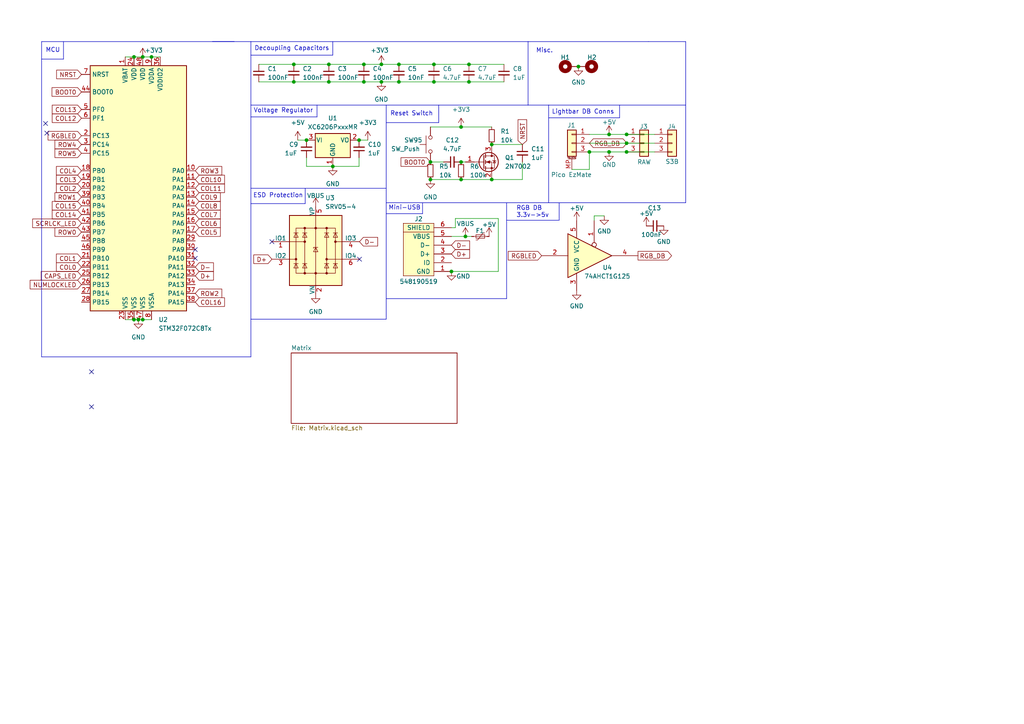
<source format=kicad_sch>
(kicad_sch (version 20230221) (generator eeschema)
  (paper "A4")
  (lib_symbols
    (symbol "+5V_1" (power) (pin_names (offset 0))
      (property "Value" "+5V" (at 0 3.556 0))
      (symbol "+5V_1_0_1"
        (polyline (pts (xy -0.762 1.27) (xy 0 2.54)))
        (polyline (pts (xy 0 0) (xy 0 2.54)))
        (polyline (pts (xy 0 2.54) (xy 0.762 1.27)))
      )
      (symbol "+5V_1_1_1"
        (pin power_in line (at 0 0 90) (length 0) hide (name "+5V") (number "1"))
      )
    )
    (symbol "+5V_2" (power) (pin_names (offset 0))
      (property "Value" "+5V" (at 0 3.556 0))
      (symbol "+5V_2_0_1"
        (polyline (pts (xy -0.762 1.27) (xy 0 2.54)))
        (polyline (pts (xy 0 0) (xy 0 2.54)))
        (polyline (pts (xy 0 2.54) (xy 0.762 1.27)))
      )
      (symbol "+5V_2_1_1"
        (pin power_in line (at 0 0 90) (length 0) hide (name "+5V") (number "1"))
      )
    )
    (symbol "74xGxx:74AHCT1G125"
      (property "Reference" "U" (at -2.54 3.81 0))
      (property "Value" "74AHCT1G125" (at 0 -3.81 0))
      (symbol "74AHCT1G125_0_1"
        (polyline (pts (xy -7.62 6.35) (xy -7.62 -6.35) (xy 5.08 0) (xy -7.62 6.35)) (stroke (width 0.254)) (fill (type background)))
      )
      (symbol "74AHCT1G125_1_1"
        (pin input inverted (at 0 10.16 270) (length 7.62) (name "~") (number "1"))
        (pin input line (at -15.24 0 0) (length 7.62) (name "~") (number "2"))
        (pin power_in line (at -5.08 -10.16 90) (length 5.08) (name "GND") (number "3"))
        (pin tri_state line (at 12.7 0 180) (length 7.62) (name "~") (number "4"))
        (pin power_in line (at -5.08 10.16 270) (length 5.08) (name "VCC") (number "5"))
      )
    )
    (symbol "Connector_Generic:Conn_01x03" (pin_names (offset 1.016) hide)
      (property "Reference" "J" (at 0 5.08 0))
      (property "Value" "Conn_01x03" (at 0 -5.08 0))
      (symbol "Conn_01x03_1_1"
        (rectangle (start -1.27 -2.413) (end 0 -2.667) (stroke (width 0.1524)))
        (rectangle (start -1.27 0.127) (end 0 -0.127) (stroke (width 0.1524)))
        (rectangle (start -1.27 2.667) (end 0 2.413) (stroke (width 0.1524)))
        (rectangle (start -1.27 3.81) (end 1.27 -3.81) (stroke (width 0.254)) (fill (type background)))
        (pin passive line (at -5.08 2.54 0) (length 3.81) (name "Pin_1") (number "1"))
        (pin passive line (at -5.08 0 0) (length 3.81) (name "Pin_2") (number "2"))
        (pin passive line (at -5.08 -2.54 0) (length 3.81) (name "Pin_3") (number "3"))
      )
    )
    (symbol "Connector_Generic_MountingPin:Conn_01x03_MountingPin" (pin_names (offset 1.016) hide)
      (property "Reference" "J" (at 0 5.08 0))
      (property "Value" "Conn_01x03_MountingPin" (at 1.27 -5.08 0))
      (symbol "Conn_01x03_MountingPin_1_1"
        (rectangle (start -1.27 -2.413) (end 0 -2.667) (stroke (width 0.1524)))
        (rectangle (start -1.27 0.127) (end 0 -0.127) (stroke (width 0.1524)))
        (rectangle (start -1.27 2.667) (end 0 2.413) (stroke (width 0.1524)))
        (rectangle (start -1.27 3.81) (end 1.27 -3.81) (stroke (width 0.254)) (fill (type background)))
        (polyline (pts (xy -1.016 -4.572) (xy 1.016 -4.572)) (stroke (width 0.1524)))
        (text "Mounting" (at 0 -4.191 0) (effects (font (size 0.381 0.381))))
        (pin passive line (at -5.08 2.54 0) (length 3.81) (name "Pin_1") (number "1"))
        (pin passive line (at -5.08 0 0) (length 3.81) (name "Pin_2") (number "2"))
        (pin passive line (at -5.08 -2.54 0) (length 3.81) (name "Pin_3") (number "3"))
        (pin passive line (at 0 -7.62 90) (length 3.048) (name "MountPin") (number "MP"))
      )
    )
    (symbol "Device:C_Small" (pin_numbers hide) (pin_names (offset 0.254) hide)
      (property "Reference" "C" (at 0.254 1.778 0))
      (property "Value" "C_Small" (at 0.254 -2.032 0))
      (symbol "C_Small_0_1"
        (polyline (pts (xy -1.524 -0.508) (xy 1.524 -0.508)) (stroke (width 0.3302)))
        (polyline (pts (xy -1.524 0.508) (xy 1.524 0.508)) (stroke (width 0.3048)))
      )
      (symbol "C_Small_1_1"
        (pin passive line (at 0 2.54 270) (length 2.032) (name "~") (number "1"))
        (pin passive line (at 0 -2.54 90) (length 2.032) (name "~") (number "2"))
      )
    )
    (symbol "Device:Polyfuse_Small" (pin_numbers hide) (pin_names (offset 0))
      (property "Reference" "F" (at -1.905 0 90))
      (property "Value" "Polyfuse_Small" (at 1.905 0 90))
      (symbol "Polyfuse_Small_0_1"
        (rectangle (start -0.508 1.27) (end 0.508 -1.27))
        (polyline (pts (xy 0 2.54) (xy 0 -2.54)))
        (polyline (pts (xy -1.016 1.27) (xy -1.016 0.762) (xy 1.016 -0.762) (xy 1.016 -1.27)))
      )
      (symbol "Polyfuse_Small_1_1"
        (pin passive line (at 0 2.54 270) (length 0.635) (name "~") (number "1"))
        (pin passive line (at 0 -2.54 90) (length 0.635) (name "~") (number "2"))
      )
    )
    (symbol "Device:R_Small" (pin_numbers hide) (pin_names (offset 0.254) hide)
      (property "Reference" "R" (at 0.762 0.508 0))
      (property "Value" "R_Small" (at 0.762 -1.016 0))
      (symbol "R_Small_0_1"
        (rectangle (start -0.762 1.778) (end 0.762 -1.778) (stroke (width 0.2032)))
      )
      (symbol "R_Small_1_1"
        (pin passive line (at 0 2.54 270) (length 0.762) (name "~") (number "1"))
        (pin passive line (at 0 -2.54 90) (length 0.762) (name "~") (number "2"))
      )
    )
    (symbol "GND_1" (power) (pin_names (offset 0))
      (property "Value" "GND" (at 0 -3.81 0))
      (symbol "GND_1_0_1"
        (polyline (pts (xy 0 0) (xy 0 -1.27) (xy 1.27 -1.27) (xy 0 -2.54) (xy -1.27 -1.27) (xy 0 -1.27)))
      )
      (symbol "GND_1_1_1"
        (pin power_in line (at 0 0 270) (length 0) hide (name "GND") (number "1"))
      )
    )
    (symbol "GND_2" (power) (pin_names (offset 0))
      (property "Value" "GND" (at 0 -3.81 0))
      (symbol "GND_2_0_1"
        (polyline (pts (xy 0 0) (xy 0 -1.27) (xy 1.27 -1.27) (xy 0 -2.54) (xy -1.27 -1.27) (xy 0 -1.27)))
      )
      (symbol "GND_2_1_1"
        (pin power_in line (at 0 0 270) (length 0) hide (name "GND") (number "1"))
      )
    )
    (symbol "GND_3" (power) (pin_names (offset 0))
      (property "Value" "GND" (at 0 -3.81 0))
      (symbol "GND_3_0_1"
        (polyline (pts (xy 0 0) (xy 0 -1.27) (xy 1.27 -1.27) (xy 0 -2.54) (xy -1.27 -1.27) (xy 0 -1.27)))
      )
      (symbol "GND_3_1_1"
        (pin power_in line (at 0 0 270) (length 0) hide (name "GND") (number "1"))
      )
    )
    (symbol "MCU_ST_STM32F0:STM32F072C8Tx"
      (property "Reference" "U" (at -15.24 36.83 0))
      (property "Value" "STM32F072C8Tx" (at 7.62 36.83 0))
      (symbol "STM32F072C8Tx_0_1"
        (rectangle (start -15.24 -35.56) (end 12.7 35.56) (stroke (width 0.254)) (fill (type background)))
      )
      (symbol "STM32F072C8Tx_1_1"
        (pin power_in line (at -5.08 38.1 270) (length 2.54) (name "VBAT") (number "1"))
        (pin bidirectional line (at 15.24 5.08 180) (length 2.54) (name "PA0") (number "10"))
        (pin bidirectional line (at 15.24 2.54 180) (length 2.54) (name "PA1") (number "11"))
        (pin bidirectional line (at 15.24 0 180) (length 2.54) (name "PA2") (number "12"))
        (pin bidirectional line (at 15.24 -2.54 180) (length 2.54) (name "PA3") (number "13"))
        (pin bidirectional line (at 15.24 -5.08 180) (length 2.54) (name "PA4") (number "14"))
        (pin bidirectional line (at 15.24 -7.62 180) (length 2.54) (name "PA5") (number "15"))
        (pin bidirectional line (at 15.24 -10.16 180) (length 2.54) (name "PA6") (number "16"))
        (pin bidirectional line (at 15.24 -12.7 180) (length 2.54) (name "PA7") (number "17"))
        (pin bidirectional line (at -17.78 5.08 0) (length 2.54) (name "PB0") (number "18"))
        (pin bidirectional line (at -17.78 2.54 0) (length 2.54) (name "PB1") (number "19"))
        (pin bidirectional line (at -17.78 15.24 0) (length 2.54) (name "PC13") (number "2"))
        (pin bidirectional line (at -17.78 0 0) (length 2.54) (name "PB2") (number "20"))
        (pin bidirectional line (at -17.78 -20.32 0) (length 2.54) (name "PB10") (number "21"))
        (pin bidirectional line (at -17.78 -22.86 0) (length 2.54) (name "PB11") (number "22"))
        (pin power_in line (at -5.08 -38.1 90) (length 2.54) (name "VSS") (number "23"))
        (pin power_in line (at -2.54 38.1 270) (length 2.54) (name "VDD") (number "24"))
        (pin bidirectional line (at -17.78 -25.4 0) (length 2.54) (name "PB12") (number "25"))
        (pin bidirectional line (at -17.78 -27.94 0) (length 2.54) (name "PB13") (number "26"))
        (pin bidirectional line (at -17.78 -30.48 0) (length 2.54) (name "PB14") (number "27"))
        (pin bidirectional line (at -17.78 -33.02 0) (length 2.54) (name "PB15") (number "28"))
        (pin bidirectional line (at 15.24 -15.24 180) (length 2.54) (name "PA8") (number "29"))
        (pin bidirectional line (at -17.78 12.7 0) (length 2.54) (name "PC14") (number "3"))
        (pin bidirectional line (at 15.24 -17.78 180) (length 2.54) (name "PA9") (number "30"))
        (pin bidirectional line (at 15.24 -20.32 180) (length 2.54) (name "PA10") (number "31"))
        (pin bidirectional line (at 15.24 -22.86 180) (length 2.54) (name "PA11") (number "32"))
        (pin bidirectional line (at 15.24 -25.4 180) (length 2.54) (name "PA12") (number "33"))
        (pin bidirectional line (at 15.24 -27.94 180) (length 2.54) (name "PA13") (number "34"))
        (pin power_in line (at -2.54 -38.1 90) (length 2.54) (name "VSS") (number "35"))
        (pin power_in line (at 5.08 38.1 270) (length 2.54) (name "VDDIO2") (number "36"))
        (pin bidirectional line (at 15.24 -30.48 180) (length 2.54) (name "PA14") (number "37"))
        (pin bidirectional line (at 15.24 -33.02 180) (length 2.54) (name "PA15") (number "38"))
        (pin bidirectional line (at -17.78 -2.54 0) (length 2.54) (name "PB3") (number "39"))
        (pin bidirectional line (at -17.78 10.16 0) (length 2.54) (name "PC15") (number "4"))
        (pin bidirectional line (at -17.78 -5.08 0) (length 2.54) (name "PB4") (number "40"))
        (pin bidirectional line (at -17.78 -7.62 0) (length 2.54) (name "PB5") (number "41"))
        (pin bidirectional line (at -17.78 -10.16 0) (length 2.54) (name "PB6") (number "42"))
        (pin bidirectional line (at -17.78 -12.7 0) (length 2.54) (name "PB7") (number "43"))
        (pin input line (at -17.78 27.94 0) (length 2.54) (name "BOOT0") (number "44"))
        (pin bidirectional line (at -17.78 -15.24 0) (length 2.54) (name "PB8") (number "45"))
        (pin bidirectional line (at -17.78 -17.78 0) (length 2.54) (name "PB9") (number "46"))
        (pin power_in line (at 0 -38.1 90) (length 2.54) (name "VSS") (number "47"))
        (pin power_in line (at 0 38.1 270) (length 2.54) (name "VDD") (number "48"))
        (pin input line (at -17.78 22.86 0) (length 2.54) (name "PF0") (number "5"))
        (pin input line (at -17.78 20.32 0) (length 2.54) (name "PF1") (number "6"))
        (pin input line (at -17.78 33.02 0) (length 2.54) (name "NRST") (number "7"))
        (pin power_in line (at 2.54 -38.1 90) (length 2.54) (name "VSSA") (number "8"))
        (pin power_in line (at 2.54 38.1 270) (length 2.54) (name "VDDA") (number "9"))
      )
    )
    (symbol "Mechanical:MountingHole_Pad" (pin_numbers hide) (pin_names (offset 1.016) hide)
      (property "Reference" "H" (at 0 6.35 0))
      (property "Value" "MountingHole_Pad" (at 0 4.445 0))
      (symbol "MountingHole_Pad_0_1"
        (circle (center 0 1.27) (radius 1.27) (stroke (width 1.27)))
      )
      (symbol "MountingHole_Pad_1_1"
        (pin input line (at 0 -2.54 90) (length 2.54) (name "1") (number "1"))
      )
    )
    (symbol "Power_Protection:SRV05-4" (pin_names (offset 0))
      (property "Reference" "U" (at -5.08 11.43 0))
      (property "Value" "SRV05-4" (at 2.54 11.43 0))
      (symbol "SRV05-4_0_0"
        (rectangle (start -5.715 6.477) (end 5.715 -6.604))
        (polyline (pts (xy -3.175 -6.604) (xy -3.175 6.477)))
        (polyline (pts (xy 3.175 6.477) (xy 3.175 -6.604)))
      )
      (symbol "SRV05-4_0_1"
        (rectangle (start -7.62 10.16) (end 7.62 -10.16) (stroke (width 0.254)) (fill (type background)))
        (circle (center -5.715 -2.54) (radius 0.2794) (fill (type outline)))
        (circle (center -3.175 -6.604) (radius 0.2794) (fill (type outline)))
        (circle (center -3.175 2.54) (radius 0.2794) (fill (type outline)))
        (circle (center -3.175 6.477) (radius 0.2794) (fill (type outline)))
        (circle (center 0 -6.604) (radius 0.2794) (fill (type outline)))
        (polyline (pts (xy -7.747 2.54) (xy -3.175 2.54)))
        (polyline (pts (xy -7.62 -2.54) (xy -5.715 -2.54)))
        (polyline (pts (xy -5.08 -3.81) (xy -6.35 -3.81)))
        (polyline (pts (xy -5.08 5.08) (xy -6.35 5.08)))
        (polyline (pts (xy -2.54 -3.81) (xy -3.81 -3.81)))
        (polyline (pts (xy -2.54 5.08) (xy -3.81 5.08)))
        (polyline (pts (xy 0 10.16) (xy 0 -10.16)))
        (polyline (pts (xy 3.81 -3.81) (xy 2.54 -3.81)))
        (polyline (pts (xy 3.81 5.08) (xy 2.54 5.08)))
        (polyline (pts (xy 6.35 -3.81) (xy 5.08 -3.81)))
        (polyline (pts (xy 6.35 5.08) (xy 5.08 5.08)))
        (polyline (pts (xy 7.62 -2.54) (xy 3.175 -2.54)))
        (polyline (pts (xy 7.62 2.54) (xy 5.715 2.54)))
        (polyline (pts (xy 0.635 0.889) (xy -0.635 0.889) (xy -0.635 0.635)))
        (polyline (pts (xy -5.08 -5.08) (xy -6.35 -5.08) (xy -5.715 -3.81) (xy -5.08 -5.08)))
        (polyline (pts (xy -5.08 3.81) (xy -6.35 3.81) (xy -5.715 5.08) (xy -5.08 3.81)))
        (polyline (pts (xy -2.54 -5.08) (xy -3.81 -5.08) (xy -3.175 -3.81) (xy -2.54 -5.08)))
        (polyline (pts (xy -2.54 3.81) (xy -3.81 3.81) (xy -3.175 5.08) (xy -2.54 3.81)))
        (polyline (pts (xy 0.635 -0.381) (xy -0.635 -0.381) (xy 0 0.889) (xy 0.635 -0.381)))
        (polyline (pts (xy 3.81 -5.08) (xy 2.54 -5.08) (xy 3.175 -3.81) (xy 3.81 -5.08)))
        (polyline (pts (xy 3.81 3.81) (xy 2.54 3.81) (xy 3.175 5.08) (xy 3.81 3.81)))
        (polyline (pts (xy 6.35 -5.08) (xy 5.08 -5.08) (xy 5.715 -3.81) (xy 6.35 -5.08)))
        (polyline (pts (xy 6.35 3.81) (xy 5.08 3.81) (xy 5.715 5.08) (xy 6.35 3.81)))
        (circle (center 0 6.477) (radius 0.2794) (fill (type outline)))
        (circle (center 3.175 -6.604) (radius 0.2794) (fill (type outline)))
        (circle (center 3.175 -2.54) (radius 0.2794) (fill (type outline)))
        (circle (center 3.175 6.477) (radius 0.2794) (fill (type outline)))
        (circle (center 5.715 2.54) (radius 0.2794) (fill (type outline)))
      )
      (symbol "SRV05-4_1_1"
        (pin passive line (at -12.7 2.54 0) (length 5.08) (name "IO1") (number "1"))
        (pin passive line (at 0 -12.7 90) (length 2.54) (name "VN") (number "2"))
        (pin passive line (at -12.7 -2.54 0) (length 5.08) (name "IO2") (number "3"))
        (pin passive line (at 12.7 2.54 180) (length 5.08) (name "IO3") (number "4"))
        (pin passive line (at 0 12.7 270) (length 2.54) (name "VP") (number "5"))
        (pin passive line (at 12.7 -2.54 180) (length 5.08) (name "IO4") (number "6"))
      )
    )
    (symbol "Regulator_Linear:XC6206PxxxMR" (pin_names (offset 0.254))
      (property "Reference" "U" (at -3.81 3.175 0))
      (property "Value" "XC6206PxxxMR" (at 0 3.175 0))
      (symbol "XC6206PxxxMR_0_1"
        (rectangle (start -5.08 1.905) (end 5.08 -5.08) (stroke (width 0.254)) (fill (type background)))
      )
      (symbol "XC6206PxxxMR_1_1"
        (pin power_in line (at 0 -7.62 90) (length 2.54) (name "GND") (number "1"))
        (pin power_out line (at 7.62 0 180) (length 2.54) (name "VO") (number "2"))
        (pin power_in line (at -7.62 0 0) (length 2.54) (name "VI") (number "3"))
      )
    )
    (symbol "Switch:SW_Push" (pin_numbers hide) (pin_names (offset 1.016) hide)
      (property "Reference" "SW" (at 1.27 2.54 0))
      (property "Value" "SW_Push" (at 0 -1.524 0))
      (symbol "SW_Push_0_1"
        (circle (center -2.032 0) (radius 0.508))
        (polyline (pts (xy 0 1.27) (xy 0 3.048)))
        (polyline (pts (xy 2.54 1.27) (xy -2.54 1.27)))
        (circle (center 2.032 0) (radius 0.508))
        (pin passive line (at -5.08 0 0) (length 2.54) (name "1") (number "1"))
        (pin passive line (at 5.08 0 180) (length 2.54) (name "2") (number "2"))
      )
    )
    (symbol "Transistor_FET:2N7002" (pin_names hide)
      (property "Reference" "Q" (at 5.08 1.905 0))
      (property "Value" "2N7002" (at 5.08 0 0))
      (symbol "2N7002_0_1"
        (polyline (pts (xy 0.254 0) (xy -2.54 0)))
        (polyline (pts (xy 0.254 1.905) (xy 0.254 -1.905)) (stroke (width 0.254)))
        (polyline (pts (xy 0.762 -1.27) (xy 0.762 -2.286)) (stroke (width 0.254)))
        (polyline (pts (xy 0.762 0.508) (xy 0.762 -0.508)) (stroke (width 0.254)))
        (polyline (pts (xy 0.762 2.286) (xy 0.762 1.27)) (stroke (width 0.254)))
        (polyline (pts (xy 2.54 2.54) (xy 2.54 1.778)))
        (polyline (pts (xy 2.54 -2.54) (xy 2.54 0) (xy 0.762 0)))
        (polyline (pts (xy 0.762 -1.778) (xy 3.302 -1.778) (xy 3.302 1.778) (xy 0.762 1.778)))
        (polyline (pts (xy 1.016 0) (xy 2.032 0.381) (xy 2.032 -0.381) (xy 1.016 0)) (fill (type outline)))
        (polyline (pts (xy 2.794 0.508) (xy 2.921 0.381) (xy 3.683 0.381) (xy 3.81 0.254)))
        (polyline (pts (xy 3.302 0.381) (xy 2.921 -0.254) (xy 3.683 -0.254) (xy 3.302 0.381)))
        (circle (center 1.651 0) (radius 2.794) (stroke (width 0.254)))
        (circle (center 2.54 -1.778) (radius 0.254) (fill (type outline)))
        (circle (center 2.54 1.778) (radius 0.254) (fill (type outline)))
      )
      (symbol "2N7002_1_1"
        (pin input line (at -5.08 0 0) (length 2.54) (name "G") (number "1"))
        (pin passive line (at 2.54 -5.08 90) (length 2.54) (name "S") (number "2"))
        (pin passive line (at 2.54 5.08 270) (length 2.54) (name "D") (number "3"))
      )
    )
    (symbol "power:+3V3" (power) (pin_names (offset 0))
      (property "Value" "+3V3" (at 0 3.556 0))
      (symbol "+3V3_0_1"
        (polyline (pts (xy -0.762 1.27) (xy 0 2.54)))
        (polyline (pts (xy 0 0) (xy 0 2.54)))
        (polyline (pts (xy 0 2.54) (xy 0.762 1.27)))
      )
      (symbol "+3V3_1_1"
        (pin power_in line (at 0 0 90) (length 0) hide (name "+3V3") (number "1"))
      )
    )
    (symbol "power:+5V" (power) (pin_names (offset 0))
      (property "Value" "+5V" (at 0 3.556 0))
      (symbol "+5V_0_1"
        (polyline (pts (xy -0.762 1.27) (xy 0 2.54)))
        (polyline (pts (xy 0 0) (xy 0 2.54)))
        (polyline (pts (xy 0 2.54) (xy 0.762 1.27)))
      )
      (symbol "+5V_1_1"
        (pin power_in line (at 0 0 90) (length 0) hide (name "+5V") (number "1"))
      )
    )
    (symbol "power:GND" (power) (pin_names (offset 0))
      (property "Value" "GND" (at 0 -3.81 0))
      (symbol "GND_0_1"
        (polyline (pts (xy 0 0) (xy 0 -1.27) (xy 1.27 -1.27) (xy 0 -2.54) (xy -1.27 -1.27) (xy 0 -1.27)))
      )
      (symbol "GND_1_1"
        (pin power_in line (at 0 0 270) (length 0) hide (name "GND") (number "1"))
      )
    )
    (symbol "power:VBUS" (power) (pin_names (offset 0))
      (property "Value" "VBUS" (at 0 3.81 0))
      (symbol "VBUS_0_1"
        (polyline (pts (xy -0.762 1.27) (xy 0 2.54)))
        (polyline (pts (xy 0 0) (xy 0 2.54)))
        (polyline (pts (xy 0 2.54) (xy 0.762 1.27)))
      )
      (symbol "VBUS_1_1"
        (pin power_in line (at 0 0 90) (length 0) hide (name "VBUS") (number "1"))
      )
    )
    (symbol "random-keyboard-parts:Molex-0548190519" (pin_names (offset 1.016))
      (property "Reference" "USB" (at 0 7.62 0))
      (property "Value" "Molex-0548190519" (at 0 10.16 0))
      (symbol "Molex-0548190519_0_0"
        (polyline (pts (xy 6.35 -2.54) (xy 6.35 6.35)))
        (rectangle (start 8.89 -2.54) (end -6.35 6.35) (fill (type background)))
      )
      (symbol "Molex-0548190519_1_1"
        (pin input line (at -5.08 -7.62 90) (length 5.08) (name "GND") (number "1"))
        (pin input line (at -2.54 -7.62 90) (length 5.08) (name "ID") (number "2"))
        (pin input line (at 0 -7.62 90) (length 5.08) (name "D+") (number "3"))
        (pin input line (at 2.54 -7.62 90) (length 5.08) (name "D-") (number "4"))
        (pin input line (at 5.08 -7.62 90) (length 5.08) (name "VBUS") (number "5"))
        (pin input line (at 7.62 -7.62 90) (length 5.08) (name "SHIELD") (number "6"))
      )
    )
  )
  (junction (at 85.217 23.749))
  (junction (at 105.537 23.749))
  (junction (at 95.377 18.669))
  (junction (at 105.537 18.669))
  (junction (at 38.862 92.71))
  (junction (at 167.767 19.304))
  (junction (at 135.001 68.58))
  (junction (at 41.402 92.71))
  (junction (at 110.617 18.669))
  (junction (at 40.132 92.71))
  (junction (at 38.862 16.51))
  (junction (at 125.857 18.669))
  (junction (at 170.942 44.069))
  (junction (at 95.377 23.749))
  (junction (at 136.017 18.669))
  (junction (at 181.737 41.529))
  (junction (at 176.657 38.989))
  (junction (at 88.9 40.64))
  (junction (at 142.621 52.07))
  (junction (at 124.841 46.99))
  (junction (at 124.841 52.07))
  (junction (at 181.737 44.069))
  (junction (at 115.697 18.669))
  (junction (at 130.937 78.74))
  (junction (at 41.402 16.51))
  (junction (at 133.731 36.83))
  (junction (at 43.942 16.51))
  (junction (at 115.697 23.749))
  (junction (at 125.857 23.749))
  (junction (at 104.14 40.64))
  (junction (at 133.731 52.07))
  (junction (at 142.621 41.91))
  (junction (at 181.737 38.989))
  (junction (at 176.657 44.069))
  (junction (at 85.217 18.669))
  (junction (at 136.017 23.749))
  (junction (at 133.731 46.99))
  (junction (at 110.617 23.749))
  (junction (at 96.52 48.26))
  (no_connect (at 13.589 38.608))
  (no_connect (at 56.642 72.39))
  (no_connect (at 78.867 70.104))
  (no_connect (at 13.208 35.814))
  (no_connect (at 26.543 117.983))
  (no_connect (at 26.543 107.823))
  (no_connect (at 104.267 75.184))
  (no_connect (at 56.642 74.93))
  (wire (pts (xy 75.057 18.669) (xy 85.217 18.669)))
  (polyline (pts (xy 146.939 86.614) (xy 146.939 58.801)))
  (wire (pts (xy 36.322 16.51) (xy 38.862 16.51)))
  (wire (pts (xy 125.857 23.749) (xy 136.017 23.749)))
  (polyline (pts (xy 159.131 30.48) (xy 159.131 58.801)))
  (wire (pts (xy 41.402 92.71) (xy 43.942 92.71)))
  (polyline (pts (xy 72.771 59.055) (xy 88.519 59.055)))
  (wire (pts (xy 133.731 52.07) (xy 142.621 52.07)))
  (wire (pts (xy 142.621 41.91) (xy 151.511 41.91)))
  (wire (pts (xy 36.322 92.71) (xy 38.862 92.71)))
  (polyline (pts (xy 112.014 92.583) (xy 72.771 92.583)))
  (wire (pts (xy 130.937 66.04) (xy 132.08 66.04)))
  (polyline (pts (xy 112.014 86.614) (xy 146.939 86.614)))
  (polyline (pts (xy 146.939 63.881) (xy 162.179 63.881)))
  (wire (pts (xy 133.731 36.83) (xy 124.841 36.83)))
  (wire (pts (xy 132.08 63.373) (xy 144.526 63.373)))
  (polyline (pts (xy 159.131 30.48) (xy 198.882 30.48)))
  (wire (pts (xy 170.942 44.069) (xy 176.657 44.069)))
  (wire (pts (xy 40.132 92.71) (xy 41.402 92.71)))
  (wire (pts (xy 124.841 46.99) (xy 128.651 46.99)))
  (polyline (pts (xy 198.882 30.48) (xy 198.882 12.065)))
  (polyline (pts (xy 198.882 58.801) (xy 198.882 30.48)))
  (wire (pts (xy 136.017 23.749) (xy 146.177 23.749)))
  (wire (pts (xy 135.001 68.58) (xy 136.779 68.58)))
  (polyline (pts (xy 179.705 34.163) (xy 179.705 30.48)))
  (wire (pts (xy 86.36 40.64) (xy 88.9 40.64)))
  (polyline (pts (xy 122.555 61.976) (xy 122.555 58.801)))
  (wire (pts (xy 95.377 18.669) (xy 105.537 18.669)))
  (polyline (pts (xy 72.771 33.909) (xy 91.948 33.909)))
  (wire (pts (xy 43.942 16.51) (xy 46.482 16.51)))
  (polyline (pts (xy 91.948 33.909) (xy 91.948 30.48)))
  (polyline (pts (xy 159.131 58.801) (xy 112.014 58.801)))
  (wire (pts (xy 133.731 46.99) (xy 135.001 46.99)))
  (wire (pts (xy 104.14 48.26) (xy 96.52 48.26)))
  (wire (pts (xy 104.14 45.72) (xy 104.14 48.26)))
  (polyline (pts (xy 159.131 34.163) (xy 179.705 34.163)))
  (wire (pts (xy 132.08 63.373) (xy 132.08 66.04)))
  (polyline (pts (xy 188.087 12.065) (xy 153.162 12.065)))
  (wire (pts (xy 38.862 92.71) (xy 40.132 92.71)))
  (polyline (pts (xy 112.014 54.61) (xy 112.014 92.583)))
  (polyline (pts (xy 112.014 61.976) (xy 122.555 61.976)))
  (polyline (pts (xy 127.254 35.56) (xy 127.254 30.48)))
  (wire (pts (xy 41.402 16.51) (xy 43.942 16.51)))
  (wire (pts (xy 105.537 18.669) (xy 110.617 18.669)))
  (polyline (pts (xy 162.179 63.881) (xy 162.179 58.801)))
  (wire (pts (xy 105.537 23.749) (xy 110.617 23.749)))
  (wire (pts (xy 125.857 18.669) (xy 136.017 18.669)))
  (wire (pts (xy 115.697 18.669) (xy 125.857 18.669)))
  (wire (pts (xy 124.841 52.07) (xy 133.731 52.07)))
  (polyline (pts (xy 72.771 12.065) (xy 72.771 103.505)))
  (polyline (pts (xy 112.014 54.61) (xy 112.014 30.48)))
  (wire (pts (xy 170.942 38.989) (xy 176.657 38.989)))
  (polyline (pts (xy 12.065 17.145) (xy 18.415 17.145)))
  (wire (pts (xy 88.9 48.26) (xy 88.9 45.72)))
  (polyline (pts (xy 153.162 30.48) (xy 72.771 30.48)))
  (wire (pts (xy 144.526 78.74) (xy 130.937 78.74)))
  (wire (pts (xy 144.526 63.373) (xy 144.526 78.74)))
  (wire (pts (xy 165.862 49.149) (xy 170.942 49.149)))
  (wire (pts (xy 170.942 41.529) (xy 181.737 41.529)))
  (wire (pts (xy 181.737 38.989) (xy 189.865 38.989)))
  (wire (pts (xy 172.339 62.611) (xy 175.26 62.611)))
  (polyline (pts (xy 112.014 35.56) (xy 127.254 35.56)))
  (polyline (pts (xy 12.065 12.065) (xy 12.065 103.505)))
  (polyline (pts (xy 72.771 16.002) (xy 96.52 16.002)))
  (wire (pts (xy 85.217 23.749) (xy 95.377 23.749)))
  (wire (pts (xy 142.621 52.07) (xy 151.511 52.07)))
  (wire (pts (xy 176.657 38.989) (xy 181.737 38.989)))
  (wire (pts (xy 95.377 23.749) (xy 105.537 23.749)))
  (wire (pts (xy 38.862 16.51) (xy 41.402 16.51)))
  (wire (pts (xy 133.731 36.83) (xy 142.621 36.83)))
  (polyline (pts (xy 88.519 59.055) (xy 88.519 54.61)))
  (wire (pts (xy 176.657 44.069) (xy 181.737 44.069)))
  (wire (pts (xy 104.14 40.64) (xy 106.68 40.64)))
  (polyline (pts (xy 96.52 16.002) (xy 96.52 12.065)))
  (polyline (pts (xy 72.771 103.505) (xy 12.065 103.505)))
  (wire (pts (xy 130.937 68.58) (xy 135.001 68.58)))
  (polyline (pts (xy 153.162 12.065) (xy 153.162 30.48)))
  (polyline (pts (xy 18.415 12.065) (xy 18.415 17.145)))
  (polyline (pts (xy 72.771 12.065) (xy 153.162 12.065)))
  (wire (pts (xy 172.339 62.611) (xy 172.339 64.008)))
  (polyline (pts (xy 198.882 12.065) (xy 188.087 12.065)))
  (wire (pts (xy 170.942 49.149) (xy 170.942 44.069)))
  (wire (pts (xy 151.511 52.07) (xy 151.511 46.99)))
  (wire (pts (xy 181.737 44.069) (xy 189.865 44.069)))
  (polyline (pts (xy 61.595 12.065) (xy 67.945 12.065)))
  (wire (pts (xy 136.017 18.669) (xy 146.177 18.669)))
  (wire (pts (xy 75.057 23.749) (xy 85.217 23.749)))
  (wire (pts (xy 85.217 18.669) (xy 95.377 18.669)))
  (wire (pts (xy 96.52 48.26) (xy 88.9 48.26)))
  (wire (pts (xy 115.697 23.749) (xy 125.857 23.749)))
  (polyline (pts (xy 159.004 58.801) (xy 198.882 58.801)))
  (polyline (pts (xy 12.065 12.065) (xy 72.771 12.065)))
  (wire (pts (xy 110.617 23.749) (xy 115.697 23.749)))
  (polyline (pts (xy 72.771 54.61) (xy 112.014 54.61)))
  (polyline (pts (xy 153.162 30.48) (xy 159.131 30.48)))
  (wire (pts (xy 181.737 41.529) (xy 189.865 41.529)))
  (wire (pts (xy 110.617 18.669) (xy 115.697 18.669)))
  (text "RGB DB\n3.3v->5v" (at 149.733 63.246 0) (effects (font (size 1.27 1.27)) (justify left bottom)))
  (text "Mini-USB" (at 112.649 61.087 0) (effects (font (size 1.27 1.27)) (justify left bottom)))
  (text "Reset Switch" (at 113.157 33.782 0) (effects (font (size 1.27 1.27)) (justify left bottom)))
  (text "MCU" (at 13.208 15.367 0) (effects (font (size 1.27 1.27)) (justify left bottom)))
  (text "ESD Protection\n" (at 73.406 57.531 0) (effects (font (size 1.27 1.27)) (justify left bottom)))
  (text "Voltage Regulator" (at 73.533 32.893 0) (effects (font (size 1.27 1.27)) (justify left bottom)))
  (text "Misc." (at 155.448 15.494 0) (effects (font (size 1.27 1.27)) (justify left bottom)))
  (text "Lightbar DB Conns" (at 160.02 33.274 0) (effects (font (size 1.27 1.27)) (justify left bottom)))
  (text "Decoupling Capacitors\n" (at 73.787 14.859 0) (effects (font (size 1.27 1.27)) (justify left bottom)))
  (global_label "ROW3" (shape input) (at 56.642 49.53 0) (property "Intersheetrefs" "${INTERSHEET_REFS}" (effects hide)))
  (global_label "NRST" (shape input) (at 23.622 21.59 180) (property "Intersheetrefs" "${INTERSHEET_REFS}" (effects hide)))
  (global_label "RGBLED" (shape input) (at 23.622 39.37 180) (property "Intersheetrefs" "${INTERSHEET_REFS}" (effects hide)))
  (global_label "D-" (shape input) (at 104.267 70.104 0) (property "Intersheetrefs" "${INTERSHEET_REFS}" (effects hide)))
  (global_label "D+" (shape input) (at 78.867 75.184 180) (property "Intersheetrefs" "${INTERSHEET_REFS}" (effects hide)))
  (global_label "RGBLED" (shape input) (at 157.099 74.168 180) (property "Intersheetrefs" "${INTERSHEET_REFS}" (effects hide)))
  (global_label "D+" (shape input) (at 56.642 80.01 0) (property "Intersheetrefs" "${INTERSHEET_REFS}" (effects hide)))
  (global_label "COL13" (shape input) (at 23.622 31.75 180) (property "Intersheetrefs" "${INTERSHEET_REFS}" (effects hide)))
  (global_label "COL7" (shape input) (at 56.642 62.23 0) (property "Intersheetrefs" "${INTERSHEET_REFS}" (effects hide)))
  (global_label "COL0" (shape input) (at 23.622 77.47 180) (property "Intersheetrefs" "${INTERSHEET_REFS}" (effects hide)))
  (global_label "COL9" (shape input) (at 56.642 57.15 0) (property "Intersheetrefs" "${INTERSHEET_REFS}" (effects hide)))
  (global_label "COL15" (shape input) (at 23.622 59.69 180) (property "Intersheetrefs" "${INTERSHEET_REFS}" (effects hide)))
  (global_label "COL6" (shape input) (at 56.642 64.77 0) (property "Intersheetrefs" "${INTERSHEET_REFS}" (effects hide)))
  (global_label "COL1" (shape input) (at 23.622 74.93 180) (property "Intersheetrefs" "${INTERSHEET_REFS}" (effects hide)))
  (global_label "NRST" (shape input) (at 151.511 41.91 90) (property "Intersheetrefs" "${INTERSHEET_REFS}" (effects hide)))
  (global_label "ROW1" (shape input) (at 23.622 57.15 180) (property "Intersheetrefs" "${INTERSHEET_REFS}" (effects hide)))
  (global_label "COL16" (shape input) (at 56.642 87.63 0) (property "Intersheetrefs" "${INTERSHEET_REFS}" (effects hide)))
  (global_label "D-" (shape input) (at 130.937 71.12 0) (property "Intersheetrefs" "${INTERSHEET_REFS}" (effects hide)))
  (global_label "D+" (shape input) (at 130.937 73.66 0) (property "Intersheetrefs" "${INTERSHEET_REFS}" (effects hide)))
  (global_label "CAPS_LED" (shape input) (at 23.622 80.01 180) (property "Intersheetrefs" "${INTERSHEET_REFS}" (effects hide)))
  (global_label "BOOT0" (shape input) (at 23.622 26.67 180) (property "Intersheetrefs" "${INTERSHEET_REFS}" (effects hide)))
  (global_label "SCRLCK_LED" (shape input) (at 23.622 64.77 180) (property "Intersheetrefs" "${INTERSHEET_REFS}" (effects hide)))
  (global_label "ROW2" (shape input) (at 56.642 85.09 0) (property "Intersheetrefs" "${INTERSHEET_REFS}" (effects hide)))
  (global_label "COL3" (shape input) (at 23.622 52.07 180) (property "Intersheetrefs" "${INTERSHEET_REFS}" (effects hide)))
  (global_label "COL10" (shape input) (at 56.642 52.07 0) (property "Intersheetrefs" "${INTERSHEET_REFS}" (effects hide)))
  (global_label "D-" (shape input) (at 56.642 77.47 0) (property "Intersheetrefs" "${INTERSHEET_REFS}" (effects hide)))
  (global_label "COL5" (shape input) (at 56.642 67.31 0) (property "Intersheetrefs" "${INTERSHEET_REFS}" (effects hide)))
  (global_label "BOOT0" (shape input) (at 124.841 46.99 180) (property "Intersheetrefs" "${INTERSHEET_REFS}" (effects hide)))
  (global_label "COL14" (shape input) (at 23.622 62.23 180) (property "Intersheetrefs" "${INTERSHEET_REFS}" (effects hide)))
  (global_label "NUMLOCKLED" (shape input) (at 23.622 82.55 180) (property "Intersheetrefs" "${INTERSHEET_REFS}" (effects hide)))
  (global_label "COL4" (shape input) (at 23.622 49.53 180) (property "Intersheetrefs" "${INTERSHEET_REFS}" (effects hide)))
  (global_label "COL12" (shape input) (at 23.622 34.29 180) (property "Intersheetrefs" "${INTERSHEET_REFS}" (effects hide)))
  (global_label "COL11" (shape input) (at 56.642 54.61 0) (property "Intersheetrefs" "${INTERSHEET_REFS}" (effects hide)))
  (global_label "COL2" (shape input) (at 23.622 54.61 180) (property "Intersheetrefs" "${INTERSHEET_REFS}" (effects hide)))
  (global_label "COL8" (shape input) (at 56.642 59.69 0) (property "Intersheetrefs" "${INTERSHEET_REFS}" (effects hide)))
  (global_label "ROW5" (shape input) (at 23.622 44.45 180) (property "Intersheetrefs" "${INTERSHEET_REFS}" (effects hide)))
  (global_label "ROW0" (shape input) (at 23.622 67.31 180) (property "Intersheetrefs" "${INTERSHEET_REFS}" (effects hide)))
  (global_label "RGB_DB" (shape bidirectional) (at 170.942 41.529 0) (property "Intersheetrefs" "${INTERSHEET_REFS}" (effects hide)))
  (global_label "RGB_DB" (shape output) (at 185.039 74.168 0) (property "Intersheetrefs" "${INTERSHEET_REFS}" (effects hide)))
  (global_label "ROW4" (shape input) (at 23.622 41.91 180) (property "Intersheetrefs" "${INTERSHEET_REFS}" (effects hide)))
  (symbol (lib_id "Device:C_Small") (at 115.697 21.209 0) (unit 1)
    (property "Reference" "C5" (at 118.237 19.9452 0) (effects (justify left)))
    (property "Value" "10nF" (at 118.237 22.4852 0) (effects (justify left)))
    (property "Footprint" "Capacitor_SMD:C_0402_1005Metric" (effects hide))
  )
  (symbol (lib_id "power:GND") (at 175.26 62.611 0) (unit 1)
    (property "Reference" "#PWR018" (effects hide))
    (property "Value" "GND" (at 175.26 67.056 0))
  )
  (symbol (lib_name "GND_3") (lib_id "power:GND") (at 167.767 19.304 0) (mirror y) (unit 1)
    (property "Reference" "#PWR017" (effects hide))
    (property "Value" "GND" (at 167.767 23.876 0))
  )
  (symbol (lib_id "power:GND") (at 40.132 92.71 0) (unit 1)
    (property "Reference" "#PWR013" (effects hide))
    (property "Value" "GND" (at 40.132 97.79 0))
  )
  (symbol (lib_id "power:+3V3") (at 106.68 40.64 0) (unit 1)
    (property "Reference" "#PWR08" (effects hide))
    (property "Value" "+3V3" (at 106.68 35.56 0))
  )
  (symbol (lib_id "Mechanical:MountingHole_Pad") (at 165.227 19.304 90) (unit 1)
    (property "Reference" "H1" (at 163.957 16.637 90))
    (property "Value" "MountingHole_Pad" (effects hide))
    (property "Footprint" "MountingHole:MountingHole_3mm_Pad" (effects hide))
  )
  (symbol (lib_id "Connector_Generic:Conn_01x03") (at 186.817 41.529 0) (unit 1)
    (property "Reference" "J3" (at 186.69 36.703 0))
    (property "Value" "RAW" (at 186.817 46.99 0))
    (property "Footprint" "Connector_PinHeader_2.54mm:PinHeader_1x03_P2.54mm_Vertical" (effects hide))
  )
  (symbol (lib_id "Transistor_FET:2N7002") (at 140.081 46.99 0) (unit 1)
    (property "Reference" "Q1" (at 146.431 45.7199 0) (effects (justify left)))
    (property "Value" "2N7002" (at 146.431 48.2599 0) (effects (justify left)))
    (property "Footprint" "Package_TO_SOT_SMD:SOT-23" (effects hide))
    (property "Datasheet" "https://www.onsemi.com/pub/Collateral/NDS7002A-D.PDF" (effects hide))
  )
  (symbol (lib_id "power:GND") (at 91.567 85.344 0) (unit 1)
    (property "Reference" "#PWR015" (effects hide))
    (property "Value" "GND" (at 91.567 90.424 0))
  )
  (symbol (lib_id "Device:R_Small") (at 142.621 39.37 0) (unit 1)
    (property "Reference" "R1" (at 145.161 38.0999 0) (effects (justify left)))
    (property "Value" "10k" (at 145.161 40.6399 0) (effects (justify left)))
    (property "Footprint" "Resistor_SMD:R_0402_1005Metric" (effects hide))
  )
  (symbol (lib_id "power:VBUS") (at 91.567 59.944 0) (unit 1)
    (property "Reference" "#PWR014" (effects hide))
    (property "Value" "VBUS" (at 91.567 56.769 0))
  )
  (symbol (lib_id "Mechanical:MountingHole_Pad") (at 170.307 19.304 270) (unit 1)
    (property "Reference" "H2" (at 170.307 16.637 90) (effects (justify left)))
    (property "Value" "MountingHole_Pad" (effects hide))
    (property "Footprint" "MountingHole:MountingHole_3mm_Pad" (effects hide))
  )
  (symbol (lib_id "power:GND") (at 192.532 65.532 0) (unit 1)
    (property "Reference" "#PWR023" (effects hide))
    (property "Value" "GND" (at 192.532 70.0945 0))
  )
  (symbol (lib_id "Connector_Generic:Conn_01x03") (at 194.945 41.529 0) (unit 1)
    (property "Reference" "J4" (at 194.818 36.703 0))
    (property "Value" "S3B" (at 194.945 46.863 0))
    (property "Footprint" "Connector_JST:JST_PH_S3B-PH-K_1x03_P2.00mm_Horizontal" (effects hide))
  )
  (symbol (lib_id "power:GND") (at 110.617 23.749 0) (unit 1)
    (property "Reference" "#PWR03" (effects hide))
    (property "Value" "GND" (at 110.617 28.829 0))
  )
  (symbol (lib_id "Device:Polyfuse_Small") (at 139.319 68.58 90) (unit 1)
    (property "Reference" "F1" (at 139.192 66.929 90))
    (property "Value" "500mA" (effects hide))
    (property "Footprint" "Fuse:Fuse_1206_3216Metric" (effects hide))
  )
  (symbol (lib_id "Device:C_Small") (at 151.511 44.45 0) (unit 1)
    (property "Reference" "C11" (at 154.051 43.1862 0) (effects (justify left)))
    (property "Value" "1uF" (at 154.051 45.7262 0) (effects (justify left)))
    (property "Footprint" "Capacitor_SMD:C_0402_1005Metric" (effects hide))
  )
  (symbol (lib_id "74xGxx:74AHCT1G125") (at 172.339 74.168 0) (unit 1)
    (property "Reference" "U4" (at 176.149 77.597 0))
    (property "Value" "74AHCT1G125" (at 176.149 80.137 0))
    (property "Footprint" "Package_TO_SOT_SMD:SOT-23-5" (effects hide))
    (property "Datasheet" "http://www.ti.com/lit/sg/scyt129e/scyt129e.pdf" (effects hide))
  )
  (symbol (lib_id "Switch:SW_Push") (at 124.841 41.91 90) (unit 1)
    (property "Reference" "SW95" (at 117.221 40.64 90) (effects (justify right)))
    (property "Value" "SW_Push" (at 113.411 43.18 90) (effects (justify right)))
    (property "Footprint" "Button_Switch_SMD:SW_SPST_TL3342" (effects hide))
  )
  (symbol (lib_id "power:VBUS") (at 135.001 68.58 0) (unit 1)
    (property "Reference" "#PWR016" (effects hide))
    (property "Value" "VBUS" (at 135.001 64.897 0))
  )
  (symbol (lib_id "random-keyboard-parts:Molex-0548190519") (at 123.317 73.66 90) (unit 1)
    (property "Reference" "J2" (at 121.412 63.5 90))
    (property "Value" "548190519" (at 121.412 81.661 90))
    (property "Footprint" "random-keyboard-parts:Molex-0548190519" (effects hide))
  )
  (symbol (lib_id "Device:R_Small") (at 124.841 49.53 0) (unit 1)
    (property "Reference" "R5" (at 127.381 48.2599 0) (effects (justify left)))
    (property "Value" "10k" (at 127.381 50.7999 0) (effects (justify left)))
    (property "Footprint" "Resistor_SMD:R_0402_1005Metric" (effects hide))
  )
  (symbol (lib_name "GND_1") (lib_id "power:GND") (at 176.657 44.069 0) (mirror y) (unit 1)
    (property "Reference" "#PWR06" (effects hide))
    (property "Value" "GND" (at 178.689 47.752 0) (effects (justify left)))
  )
  (symbol (lib_id "power:+3V3") (at 133.731 36.83 0) (unit 1)
    (property "Reference" "#PWR011" (effects hide))
    (property "Value" "+3V3" (at 133.731 31.75 0))
  )
  (symbol (lib_id "power:GND") (at 96.52 48.26 0) (unit 1)
    (property "Reference" "#PWR010" (effects hide))
    (property "Value" "GND" (at 96.52 53.34 0))
  )
  (symbol (lib_id "Device:C_Small") (at 104.14 43.18 180) (unit 1)
    (property "Reference" "C10" (at 106.68 41.9035 0) (effects (justify right)))
    (property "Value" "1uF" (at 106.68 44.4435 0) (effects (justify right)))
    (property "Footprint" "Capacitor_SMD:C_0402_1005Metric" (effects hide))
  )
  (symbol (lib_id "Device:C_Small") (at 189.992 65.532 90) (unit 1)
    (property "Reference" "C13" (at 191.77 60.325 90) (effects (justify left)))
    (property "Value" "100nF" (at 192.024 68.072 90) (effects (justify left)))
    (property "Footprint" "Capacitor_SMD:C_0402_1005Metric" (effects hide))
    (property "LCSC" "C1525" (effects hide))
  )
  (symbol (lib_id "power:GND") (at 124.841 52.07 0) (unit 1)
    (property "Reference" "#PWR012" (effects hide))
    (property "Value" "GND" (at 124.841 57.15 0))
  )
  (symbol (lib_name "+5V_1") (lib_id "power:+5V") (at 141.859 68.58 0) (mirror y) (unit 1)
    (property "Reference" "#PWR05" (effects hide))
    (property "Value" "+5V" (at 141.859 65.151 0))
  )
  (symbol (lib_id "Device:C_Small") (at 75.057 21.209 0) (unit 1)
    (property "Reference" "C1" (at 77.597 19.9452 0) (effects (justify left)))
    (property "Value" "100nF" (at 77.597 22.4852 0) (effects (justify left)))
    (property "Footprint" "Capacitor_SMD:C_0402_1005Metric" (effects hide))
  )
  (symbol (lib_id "power:+5V") (at 86.36 40.64 0) (unit 1)
    (property "Reference" "#PWR07" (effects hide))
    (property "Value" "+5V" (at 86.36 35.56 0))
  )
  (symbol (lib_id "Device:C_Small") (at 88.9 43.18 180) (unit 1)
    (property "Reference" "C9" (at 83.82 41.91 0) (effects (justify right)))
    (property "Value" "1uF" (at 82.55 44.45 0) (effects (justify right)))
    (property "Footprint" "Capacitor_SMD:C_0402_1005Metric" (effects hide))
  )
  (symbol (lib_id "power:+3V3") (at 110.617 18.669 0) (unit 1)
    (property "Reference" "#PWR01" (effects hide))
    (property "Value" "+3V3" (at 110.109 14.605 0))
  )
  (symbol (lib_id "Device:C_Small") (at 85.217 21.209 0) (unit 1)
    (property "Reference" "C2" (at 87.757 19.9452 0) (effects (justify left)))
    (property "Value" "100nF" (at 87.757 22.4852 0) (effects (justify left)))
    (property "Footprint" "Capacitor_SMD:C_0402_1005Metric" (effects hide))
  )
  (symbol (lib_id "power:+5V") (at 167.259 64.008 0) (unit 1)
    (property "Reference" "#PWR021" (effects hide))
    (property "Value" "+5V" (at 167.259 60.4035 0))
  )
  (symbol (lib_id "Device:C_Small") (at 136.017 21.209 0) (unit 1)
    (property "Reference" "C7" (at 138.557 19.9452 0) (effects (justify left)))
    (property "Value" "4.7uF" (at 138.557 22.4852 0) (effects (justify left)))
    (property "Footprint" "Capacitor_SMD:C_0402_1005Metric" (effects hide))
  )
  (symbol (lib_id "Regulator_Linear:XC6206PxxxMR") (at 96.52 40.64 0) (unit 1)
    (property "Reference" "U1" (at 96.52 34.29 0))
    (property "Value" "XC6206PxxxMR" (at 96.52 36.83 0))
    (property "Footprint" "Package_TO_SOT_SMD:SOT-23" (effects hide))
    (property "Datasheet" "https://www.torexsemi.com/file/xc6206/XC6206.pdf" (effects hide))
  )
  (symbol (lib_name "+5V_2") (lib_id "power:+5V") (at 176.657 38.989 0) (unit 1)
    (property "Reference" "#PWR04" (effects hide))
    (property "Value" "+5V" (at 176.657 35.433 0))
  )
  (symbol (lib_id "power:+3V3") (at 41.402 16.51 0) (unit 1)
    (property "Reference" "#PWR02" (effects hide))
    (property "Value" "+3V3" (at 44.577 14.605 0))
  )
  (symbol (lib_name "GND_2") (lib_id "power:GND") (at 130.937 78.74 0) (unit 1)
    (property "Reference" "#PWR09" (effects hide))
    (property "Value" "GND" (at 134.366 80.137 0))
  )
  (symbol (lib_id "Device:C_Small") (at 125.857 21.209 0) (unit 1)
    (property "Reference" "C6" (at 128.397 19.9452 0) (effects (justify left)))
    (property "Value" "4.7uF" (at 128.397 22.4852 0) (effects (justify left)))
    (property "Footprint" "Capacitor_SMD:C_0402_1005Metric" (effects hide))
  )
  (symbol (lib_id "Device:R_Small") (at 133.731 49.53 0) (unit 1)
    (property "Reference" "R6" (at 136.271 48.2599 0) (effects (justify left)))
    (property "Value" "100k" (at 136.271 50.7999 0) (effects (justify left)))
    (property "Footprint" "Resistor_SMD:R_0402_1005Metric" (effects hide))
  )
  (symbol (lib_id "MCU_ST_STM32F0:STM32F072C8Tx") (at 41.402 54.61 0) (unit 1)
    (property "Reference" "U2" (at 45.9614 92.71 0) (effects (justify left)))
    (property "Value" "STM32F072C8Tx" (at 45.9614 95.25 0) (effects (justify left)))
    (property "Footprint" "Package_QFP:LQFP-48_7x7mm_P0.5mm" (effects hide))
    (property "Datasheet" "http://www.st.com/st-web-ui/static/active/en/resource/technical/document/datasheet/DM00090510.pdf" (effects hide))
  )
  (symbol (lib_id "Device:C_Small") (at 146.177 21.209 0) (unit 1)
    (property "Reference" "C8" (at 148.717 19.9452 0) (effects (justify left)))
    (property "Value" "1uF" (at 148.717 22.4852 0) (effects (justify left)))
    (property "Footprint" "Capacitor_SMD:C_0402_1005Metric" (effects hide))
  )
  (symbol (lib_id "power:GND") (at 167.259 84.328 0) (unit 1)
    (property "Reference" "#PWR020" (effects hide))
    (property "Value" "GND" (at 167.259 88.773 0))
  )
  (symbol (lib_id "Power_Protection:SRV05-4") (at 91.567 72.644 0) (unit 1)
    (property "Reference" "U3" (at 94.3357 57.404 0) (effects (justify left)))
    (property "Value" "SRV05-4" (at 94.3357 59.944 0) (effects (justify left)))
    (property "Footprint" "marbastlib-various:SOT-23-6-routable" (effects hide))
    (property "Datasheet" "http://www.onsemi.com/pub/Collateral/SRV05-4-D.PDF" (effects hide))
  )
  (symbol (lib_id "power:+5V") (at 187.452 65.532 0) (unit 1)
    (property "Reference" "#PWR022" (effects hide))
    (property "Value" "+5V" (at 187.452 61.9275 0))
  )
  (symbol (lib_id "Device:C_Small") (at 95.377 21.209 0) (unit 1)
    (property "Reference" "C3" (at 97.917 19.9452 0) (effects (justify left)))
    (property "Value" "100nF" (at 97.917 22.4852 0) (effects (justify left)))
    (property "Footprint" "Capacitor_SMD:C_0402_1005Metric" (effects hide))
  )
  (symbol (lib_id "Device:C_Small") (at 105.537 21.209 0) (unit 1)
    (property "Reference" "C4" (at 108.077 19.9452 0) (effects (justify left)))
    (property "Value" "100nF" (at 108.077 22.4852 0) (effects (justify left)))
    (property "Footprint" "Capacitor_SMD:C_0402_1005Metric" (effects hide))
  )
  (symbol (lib_id "Device:C_Small") (at 131.191 46.99 90) (unit 1)
    (property "Reference" "C12" (at 131.1973 40.64 90))
    (property "Value" "4.7uF" (at 131.1973 43.18 90))
    (property "Footprint" "Capacitor_SMD:C_0402_1005Metric" (effects hide))
  )
  (symbol (lib_id "Connector_Generic_MountingPin:Conn_01x03_MountingPin") (at 165.862 41.529 0) (mirror y) (unit 1)
    (property "Reference" "J1" (at 165.735 36.322 0))
    (property "Value" "Pico EzMate" (at 165.735 50.673 0))
    (property "Footprint" "Connector_Molex:Molex_Pico-EZmate_78171-0003_1x03-1MP_P1.20mm_Vertical" (effects hide))
  )
  (sheet (at 84.455 102.362) (size 48.133 20.447) (stroke (width 0.1524))
    (property "Sheetname" "Matrix" (at 84.455 101.6504 0) (effects (justify left bottom)))
    (property "Sheetfile" "Matrix.kicad_sch" (at 84.455 123.3936 0) (effects (justify left top)))
  )
)
</source>
